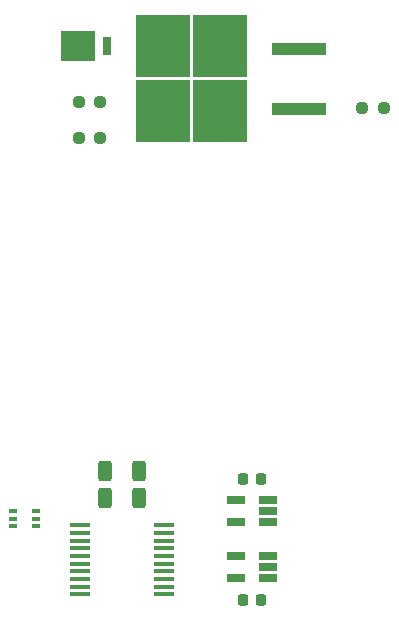
<source format=gbr>
%TF.GenerationSoftware,KiCad,Pcbnew,(6.0.5-0)*%
%TF.CreationDate,2023-05-19T22:22:55+01:00*%
%TF.ProjectId,control,636f6e74-726f-46c2-9e6b-696361645f70,rev?*%
%TF.SameCoordinates,Original*%
%TF.FileFunction,Paste,Top*%
%TF.FilePolarity,Positive*%
%FSLAX46Y46*%
G04 Gerber Fmt 4.6, Leading zero omitted, Abs format (unit mm)*
G04 Created by KiCad (PCBNEW (6.0.5-0)) date 2023-05-19 22:22:55*
%MOMM*%
%LPD*%
G01*
G04 APERTURE LIST*
G04 Aperture macros list*
%AMRoundRect*
0 Rectangle with rounded corners*
0 $1 Rounding radius*
0 $2 $3 $4 $5 $6 $7 $8 $9 X,Y pos of 4 corners*
0 Add a 4 corners polygon primitive as box body*
4,1,4,$2,$3,$4,$5,$6,$7,$8,$9,$2,$3,0*
0 Add four circle primitives for the rounded corners*
1,1,$1+$1,$2,$3*
1,1,$1+$1,$4,$5*
1,1,$1+$1,$6,$7*
1,1,$1+$1,$8,$9*
0 Add four rect primitives between the rounded corners*
20,1,$1+$1,$2,$3,$4,$5,0*
20,1,$1+$1,$4,$5,$6,$7,0*
20,1,$1+$1,$6,$7,$8,$9,0*
20,1,$1+$1,$8,$9,$2,$3,0*%
G04 Aperture macros list end*
%ADD10R,1.800000X0.450000*%
%ADD11R,4.550000X5.250000*%
%ADD12R,4.600000X1.100000*%
%ADD13RoundRect,0.237500X0.250000X0.237500X-0.250000X0.237500X-0.250000X-0.237500X0.250000X-0.237500X0*%
%ADD14R,1.560000X0.650000*%
%ADD15R,2.900000X2.600000*%
%ADD16R,0.800000X1.500000*%
%ADD17RoundRect,0.225000X0.225000X0.250000X-0.225000X0.250000X-0.225000X-0.250000X0.225000X-0.250000X0*%
%ADD18RoundRect,0.237500X-0.250000X-0.237500X0.250000X-0.237500X0.250000X0.237500X-0.250000X0.237500X0*%
%ADD19RoundRect,0.250000X0.312500X0.625000X-0.312500X0.625000X-0.312500X-0.625000X0.312500X-0.625000X0*%
%ADD20R,0.650000X0.400000*%
%ADD21RoundRect,0.225000X-0.225000X-0.250000X0.225000X-0.250000X0.225000X0.250000X-0.225000X0.250000X0*%
%ADD22RoundRect,0.250000X-0.312500X-0.625000X0.312500X-0.625000X0.312500X0.625000X-0.312500X0.625000X0*%
G04 APERTURE END LIST*
D10*
%TO.C,U5*%
X68700000Y-90325000D03*
X68700000Y-90975000D03*
X68700000Y-91625000D03*
X68700000Y-92275000D03*
X68700000Y-92925000D03*
X68700000Y-93575000D03*
X68700000Y-94225000D03*
X68700000Y-94875000D03*
X68700000Y-95525000D03*
X68700000Y-96175000D03*
X75800000Y-96175000D03*
X75800000Y-95525000D03*
X75800000Y-94875000D03*
X75800000Y-94225000D03*
X75800000Y-93575000D03*
X75800000Y-92925000D03*
X75800000Y-92275000D03*
X75800000Y-91625000D03*
X75800000Y-90975000D03*
X75800000Y-90325000D03*
%TD*%
D11*
%TO.C,U2*%
X75700000Y-49725000D03*
X80550000Y-49725000D03*
X75700000Y-55275000D03*
X80550000Y-55275000D03*
D12*
X87275000Y-55040000D03*
X87275000Y-49960000D03*
%TD*%
D13*
%TO.C,F1*%
X94412500Y-55000000D03*
X92587500Y-55000000D03*
%TD*%
D14*
%TO.C,U3*%
X84604511Y-94810000D03*
X84604511Y-93860000D03*
X84604511Y-92910000D03*
X81904511Y-92910000D03*
X81904511Y-94810000D03*
%TD*%
D13*
%TO.C,R1*%
X70412500Y-57500000D03*
X68587500Y-57500000D03*
%TD*%
D15*
%TO.C,D1*%
X68500000Y-49725000D03*
D16*
X71000000Y-49725000D03*
%TD*%
D17*
%TO.C,C1*%
X84029511Y-96610000D03*
X82479511Y-96610000D03*
%TD*%
D18*
%TO.C,R2*%
X68587500Y-54500000D03*
X70412500Y-54500000D03*
%TD*%
D19*
%TO.C,R4*%
X73712500Y-88000000D03*
X70787500Y-88000000D03*
%TD*%
D20*
%TO.C,Q1*%
X63050000Y-89100000D03*
X63050000Y-89750000D03*
X63050000Y-90400000D03*
X64950000Y-90400000D03*
X64950000Y-89750000D03*
X64950000Y-89100000D03*
%TD*%
D14*
%TO.C,U4*%
X84604511Y-90060000D03*
X84604511Y-89110000D03*
X84604511Y-88160000D03*
X81904511Y-88160000D03*
X81904511Y-90060000D03*
%TD*%
D21*
%TO.C,C2*%
X82479511Y-86360000D03*
X84029511Y-86360000D03*
%TD*%
D22*
%TO.C,R3*%
X70787500Y-85750000D03*
X73712500Y-85750000D03*
%TD*%
M02*

</source>
